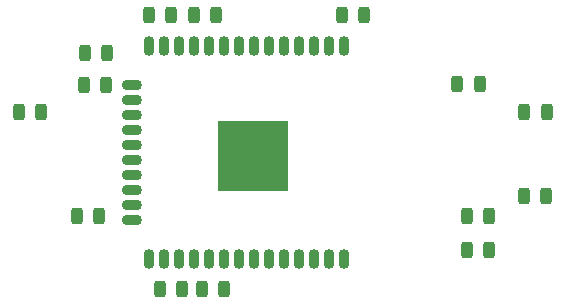
<source format=gbr>
G04 #@! TF.GenerationSoftware,KiCad,Pcbnew,(6.0.1-0)*
G04 #@! TF.CreationDate,2022-03-09T23:30:53+00:00*
G04 #@! TF.ProjectId,sharpkey,73686172-706b-4657-992e-6b696361645f,1.3*
G04 #@! TF.SameCoordinates,Original*
G04 #@! TF.FileFunction,Paste,Bot*
G04 #@! TF.FilePolarity,Positive*
%FSLAX46Y46*%
G04 Gerber Fmt 4.6, Leading zero omitted, Abs format (unit mm)*
G04 Created by KiCad (PCBNEW (6.0.1-0)) date 2022-03-09 23:30:53*
%MOMM*%
%LPD*%
G01*
G04 APERTURE LIST*
G04 Aperture macros list*
%AMRoundRect*
0 Rectangle with rounded corners*
0 $1 Rounding radius*
0 $2 $3 $4 $5 $6 $7 $8 $9 X,Y pos of 4 corners*
0 Add a 4 corners polygon primitive as box body*
4,1,4,$2,$3,$4,$5,$6,$7,$8,$9,$2,$3,0*
0 Add four circle primitives for the rounded corners*
1,1,$1+$1,$2,$3*
1,1,$1+$1,$4,$5*
1,1,$1+$1,$6,$7*
1,1,$1+$1,$8,$9*
0 Add four rect primitives between the rounded corners*
20,1,$1+$1,$2,$3,$4,$5,0*
20,1,$1+$1,$4,$5,$6,$7,0*
20,1,$1+$1,$6,$7,$8,$9,0*
20,1,$1+$1,$8,$9,$2,$3,0*%
G04 Aperture macros list end*
%ADD10RoundRect,0.243750X0.243750X0.456250X-0.243750X0.456250X-0.243750X-0.456250X0.243750X-0.456250X0*%
%ADD11RoundRect,0.243750X-0.243750X-0.456250X0.243750X-0.456250X0.243750X0.456250X-0.243750X0.456250X0*%
%ADD12O,0.900000X1.700000*%
%ADD13O,1.700000X0.900000*%
%ADD14R,6.000000X6.000000*%
G04 APERTURE END LIST*
D10*
X54577500Y-89780000D03*
X52702500Y-89780000D03*
D11*
X57602500Y-98600000D03*
X59477500Y-98600000D03*
X68162500Y-104820000D03*
X70037500Y-104820000D03*
X64642500Y-104820000D03*
X66517500Y-104820000D03*
D10*
X60087500Y-87550000D03*
X58212500Y-87550000D03*
X97347500Y-89800000D03*
X95472500Y-89800000D03*
D11*
X95442500Y-96920000D03*
X97317500Y-96920000D03*
D10*
X91677500Y-87430000D03*
X89802500Y-87430000D03*
D11*
X80052500Y-81600000D03*
X81927500Y-81600000D03*
X90612500Y-98590000D03*
X92487500Y-98590000D03*
D12*
X80230000Y-102220000D03*
X78960000Y-102220000D03*
X77690000Y-102220000D03*
X76420000Y-102220000D03*
X75150000Y-102220000D03*
X73880000Y-102220000D03*
X72610000Y-102220000D03*
X71340000Y-102220000D03*
X70070000Y-102220000D03*
X68800000Y-102220000D03*
X67530000Y-102220000D03*
X66260000Y-102220000D03*
X64990000Y-102220000D03*
X63720000Y-102220000D03*
D13*
X62230000Y-98935000D03*
X62230000Y-97665000D03*
X62230000Y-96395000D03*
X62230000Y-95125000D03*
X62230000Y-93855000D03*
X62230000Y-92585000D03*
X62230000Y-91315000D03*
X62230000Y-90045000D03*
X62230000Y-88775000D03*
X62230000Y-87505000D03*
D12*
X63720000Y-84220000D03*
X64990000Y-84220000D03*
X66260000Y-84220000D03*
X67530000Y-84220000D03*
X68800000Y-84220000D03*
X70070000Y-84220000D03*
X71340000Y-84220000D03*
X72610000Y-84220000D03*
X73880000Y-84220000D03*
X75150000Y-84220000D03*
X76420000Y-84220000D03*
X77690000Y-84220000D03*
X78960000Y-84220000D03*
X80230000Y-84220000D03*
D14*
X72530000Y-93520000D03*
D11*
X90592500Y-101470000D03*
X92467500Y-101470000D03*
D10*
X60107500Y-84840000D03*
X58232500Y-84840000D03*
X69397500Y-81600000D03*
X67522500Y-81600000D03*
D11*
X63702500Y-81600000D03*
X65577500Y-81600000D03*
M02*

</source>
